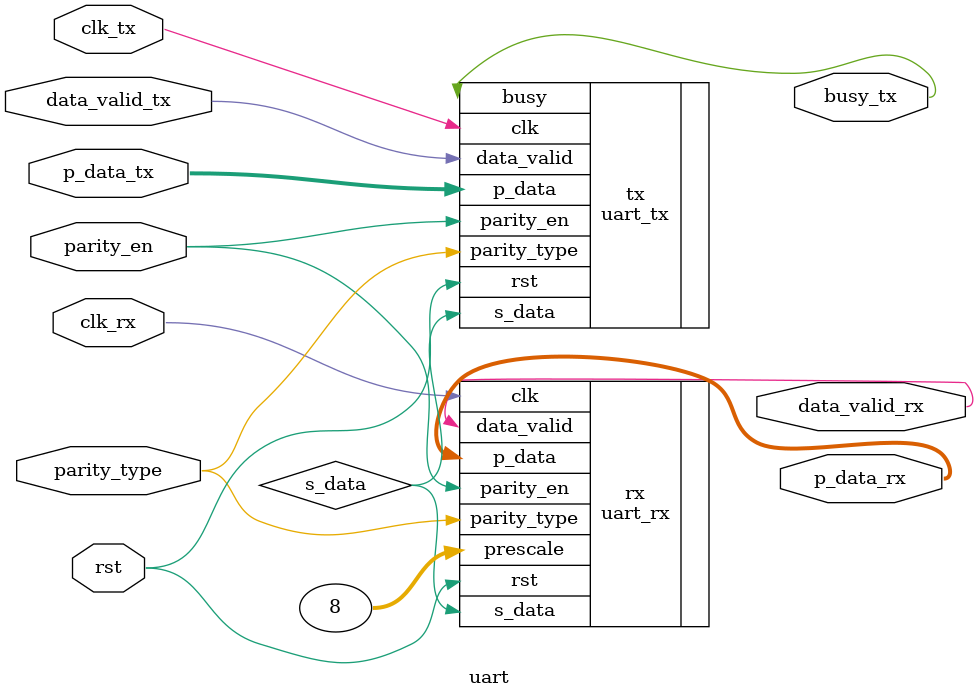
<source format=v>
/*###################################################################*\
##              Module Name:  uart                                   ##
##              Project Name: uart_protocl                           ##
##              Date:   3/12/2023                                    ##
##              Author: Kholoud Ebrahim Darwseh                      ##
\*###################################################################*/

module uart #(parameter DWIDTH = 8, PWIDTH =6, PRESCALE = 8)
    (clk_tx, clk_rx, rst, p_data_tx, data_valid_tx, parity_en, parity_type, busy_tx, p_data_rx, data_valid_rx);
    
    input clk_tx, clk_rx, rst;
    input [DWIDTH-1:0] p_data_tx;  
    input data_valid_tx;
    input parity_en, parity_type;   
    output busy_tx;
    output [DWIDTH-1:0] p_data_rx;
    output data_valid_rx;

    wire s_data;

    uart_tx #(DWIDTH) tx(
        .clk(clk_tx), 
        .rst(rst), 
        .p_data(p_data_tx), 
        .data_valid(data_valid_tx), 
        .parity_en(parity_en), 
        .parity_type(parity_type), 
        .s_data(s_data), 
        .busy(busy_tx)
    );
    uart_rx #(DWIDTH, PWIDTH) rx(
        .clk(clk_rx), 
        .rst(rst), 
        .s_data(s_data), 
        .parity_type(parity_type), 
        .parity_en(parity_en), 
        .prescale(PRESCALE), 
        .p_data(p_data_rx), 
        .data_valid(data_valid_rx)
    );
endmodule
</source>
